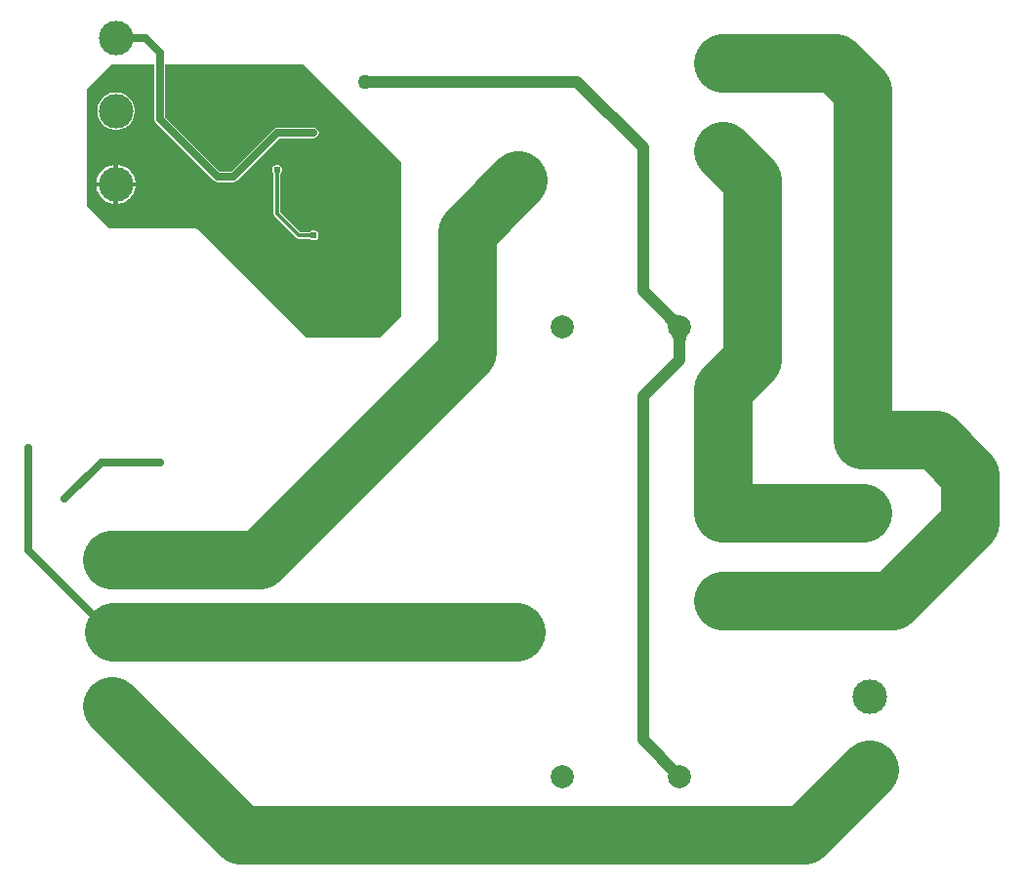
<source format=gbl>
G04*
G04 #@! TF.GenerationSoftware,Altium Limited,Altium Designer,21.3.2 (30)*
G04*
G04 Layer_Physical_Order=2*
G04 Layer_Color=16711680*
%FSLAX25Y25*%
%MOIN*%
G70*
G04*
G04 #@! TF.SameCoordinates,176562F1-B387-4AA2-8F74-3CF4574A4688*
G04*
G04*
G04 #@! TF.FilePolarity,Positive*
G04*
G01*
G75*
%ADD15C,0.01200*%
%ADD39C,0.02500*%
%ADD40C,0.04000*%
%ADD41C,0.20000*%
%ADD43C,0.07874*%
%ADD44C,0.12795*%
%ADD45C,0.11811*%
%ADD46C,0.02400*%
%ADD47C,0.05000*%
G36*
X157500Y257500D02*
Y205000D01*
X150000Y197500D01*
X125000D01*
X87500Y235000D01*
X57500D01*
X50000Y242500D01*
Y282500D01*
X58500Y291000D01*
X73216D01*
Y272126D01*
X73352Y271443D01*
X73738Y270864D01*
X93364Y251238D01*
X93943Y250851D01*
X94626Y250716D01*
X94626Y250716D01*
X100000D01*
X100683Y250851D01*
X101262Y251238D01*
X115739Y265716D01*
X127500D01*
X128183Y265851D01*
X128762Y266238D01*
X129148Y266817D01*
X129284Y267500D01*
X129148Y268183D01*
X128762Y268762D01*
X128183Y269148D01*
X127500Y269284D01*
X115000D01*
X114317Y269148D01*
X113738Y268762D01*
X113738Y268762D01*
X99261Y254284D01*
X95365D01*
X76784Y272865D01*
Y291000D01*
X124000D01*
X124000Y291000D01*
X157500Y257500D01*
D02*
G37*
G36*
X250480Y195514D02*
X250473Y195940D01*
X250412Y196703D01*
X250359Y197041D01*
X250291Y197350D01*
X250208Y197630D01*
X250110Y197880D01*
X249996Y198101D01*
X249868Y198293D01*
X249724Y198456D01*
X255236D01*
X255093Y198293D01*
X254964Y198101D01*
X254851Y197880D01*
X254752Y197630D01*
X254669Y197350D01*
X254601Y197041D01*
X254548Y196703D01*
X254511Y196336D01*
X254480Y195514D01*
X250480D01*
D02*
G37*
G36*
X249826Y206750D02*
X250132Y206455D01*
X250715Y205958D01*
X250992Y205756D01*
X251258Y205586D01*
X251515Y205447D01*
X251761Y205339D01*
X251998Y205263D01*
X252224Y205218D01*
X252441Y205205D01*
X248544Y201307D01*
X248530Y201524D01*
X248485Y201750D01*
X248409Y201987D01*
X248301Y202234D01*
X248162Y202490D01*
X247992Y202756D01*
X247791Y203033D01*
X247558Y203319D01*
X246998Y203922D01*
X249826Y206750D01*
D02*
G37*
%LPC*%
G36*
X60631Y281405D02*
X59369D01*
X58132Y281159D01*
X56966Y280677D01*
X55917Y279976D01*
X55024Y279083D01*
X54324Y278034D01*
X53841Y276868D01*
X53594Y275631D01*
Y274369D01*
X53841Y273132D01*
X54324Y271966D01*
X55024Y270917D01*
X55917Y270024D01*
X56966Y269323D01*
X58132Y268841D01*
X59369Y268595D01*
X60631D01*
X61868Y268841D01*
X63034Y269323D01*
X64083Y270024D01*
X64976Y270917D01*
X65676Y271966D01*
X66159Y273132D01*
X66405Y274369D01*
Y275631D01*
X66159Y276868D01*
X65676Y278034D01*
X64976Y279083D01*
X64083Y279976D01*
X63034Y280677D01*
X61868Y281159D01*
X60631Y281405D01*
D02*
G37*
G36*
X60750Y256688D02*
Y250750D01*
X66688D01*
X66448Y251956D01*
X65942Y253176D01*
X65209Y254275D01*
X64275Y255208D01*
X63176Y255942D01*
X61956Y256448D01*
X60750Y256688D01*
D02*
G37*
G36*
X59250D02*
X58044Y256448D01*
X56824Y255942D01*
X55726Y255208D01*
X54791Y254275D01*
X54058Y253176D01*
X53552Y251956D01*
X53312Y250750D01*
X59250D01*
Y256688D01*
D02*
G37*
G36*
X66688Y249250D02*
X60750D01*
Y243312D01*
X61956Y243552D01*
X63176Y244058D01*
X64275Y244792D01*
X65209Y245725D01*
X65942Y246824D01*
X66448Y248044D01*
X66688Y249250D01*
D02*
G37*
G36*
X59250D02*
X53312D01*
X53552Y248044D01*
X54058Y246824D01*
X54791Y245725D01*
X55726Y244792D01*
X56824Y244058D01*
X58044Y243552D01*
X59250Y243312D01*
Y249250D01*
D02*
G37*
G36*
X115338Y256700D02*
X114662D01*
X114037Y256441D01*
X113559Y255963D01*
X113300Y255338D01*
Y254662D01*
X113559Y254037D01*
X113725Y253871D01*
X113755Y253784D01*
X113778Y253759D01*
X113781Y253753D01*
X113791Y253735D01*
X113803Y253705D01*
X113817Y253660D01*
X113830Y253602D01*
X113841Y253536D01*
X113857Y253343D01*
X113859Y253231D01*
X113878Y253186D01*
Y240000D01*
X113878Y240000D01*
X113964Y239571D01*
X114207Y239207D01*
X121707Y231707D01*
X121707Y231707D01*
X122071Y231464D01*
X122500Y231379D01*
X125678D01*
X125720Y231359D01*
X125951Y231350D01*
X126030Y231342D01*
X126102Y231330D01*
X126160Y231317D01*
X126205Y231303D01*
X126235Y231291D01*
X126253Y231281D01*
X126259Y231278D01*
X126284Y231255D01*
X126371Y231225D01*
X126537Y231059D01*
X127162Y230800D01*
X127838D01*
X128463Y231059D01*
X128941Y231537D01*
X129200Y232162D01*
Y232838D01*
X128941Y233463D01*
X128463Y233941D01*
X127838Y234200D01*
X127162D01*
X126537Y233941D01*
X126371Y233775D01*
X126284Y233745D01*
X126259Y233722D01*
X126253Y233718D01*
X126235Y233709D01*
X126205Y233697D01*
X126160Y233683D01*
X126102Y233670D01*
X126036Y233659D01*
X125843Y233643D01*
X125731Y233641D01*
X125686Y233622D01*
X122965D01*
X116122Y240465D01*
Y253178D01*
X116141Y253220D01*
X116150Y253451D01*
X116158Y253530D01*
X116170Y253602D01*
X116183Y253660D01*
X116197Y253705D01*
X116209Y253735D01*
X116218Y253753D01*
X116222Y253759D01*
X116245Y253784D01*
X116275Y253871D01*
X116441Y254037D01*
X116700Y254662D01*
Y255338D01*
X116441Y255963D01*
X115963Y256441D01*
X115338Y256700D01*
D02*
G37*
%LPD*%
G36*
X126643Y231660D02*
X126592Y231706D01*
X126532Y231746D01*
X126463Y231782D01*
X126386Y231814D01*
X126300Y231840D01*
X126205Y231862D01*
X126102Y231878D01*
X125990Y231890D01*
X125741Y231900D01*
Y233100D01*
X125870Y233102D01*
X126102Y233122D01*
X126205Y233138D01*
X126300Y233160D01*
X126386Y233186D01*
X126463Y233218D01*
X126532Y233254D01*
X126592Y233294D01*
X126643Y233340D01*
Y231660D01*
D02*
G37*
D15*
X115000Y240000D02*
X122500Y232500D01*
X115000Y240000D02*
Y255000D01*
X122500Y232500D02*
X127500D01*
D39*
X75000Y272126D02*
Y295000D01*
X60000Y300000D02*
X70000D01*
X75000Y295000D01*
Y272126D02*
X94626Y252500D01*
X197480Y251268D02*
Y251268D01*
X100000Y252500D02*
X115000Y267500D01*
X127500D01*
X94626Y252500D02*
X100000D01*
X30000Y125000D02*
Y160000D01*
X196858Y97102D02*
X197480Y97724D01*
X58850Y96480D02*
X59472Y97102D01*
X42500Y142500D02*
X55000Y155000D01*
X75000D01*
X58520Y96480D02*
X58850D01*
X30000Y125000D02*
X58520Y96480D01*
D40*
X145000Y285000D02*
X217500D01*
X240000Y262500D01*
Y60205D02*
Y177500D01*
X252480Y189980D02*
Y201268D01*
X240000Y177500D02*
X252480Y189980D01*
X240000Y60205D02*
X252480Y47724D01*
X240000Y213748D02*
X252480Y201268D01*
X240000Y213748D02*
Y262500D01*
D41*
X325000Y107500D02*
X351716Y134216D01*
X315224Y162500D02*
X340000D01*
X315000Y162724D02*
X315224Y162500D01*
X340000D02*
X351716Y150784D01*
Y134216D02*
Y150784D01*
X267705Y107500D02*
X325000D01*
X267480Y107724D02*
X267705Y107500D01*
X267480Y291299D02*
X305627D01*
X315000Y162724D02*
Y281927D01*
X305627Y291299D02*
X315000Y281927D01*
X108980Y121480D02*
X180000Y192500D01*
X59472Y97102D02*
X196858D01*
X58850Y121480D02*
X108980D01*
X267480Y137724D02*
X315000D01*
X58850Y71480D02*
X102831Y27500D01*
X295000D02*
X317500Y50000D01*
X102831Y27500D02*
X295000D01*
X180000Y233787D02*
X197480Y251268D01*
X180000Y192500D02*
Y233787D01*
X267480Y137724D02*
Y179980D01*
X277500Y190000D01*
Y251248D01*
X267480Y261268D02*
X277500Y251248D01*
D43*
X252480Y47724D02*
D03*
X212480D02*
D03*
Y201268D02*
D03*
X252480D02*
D03*
D44*
X197480Y97724D02*
D03*
X267480Y137724D02*
D03*
Y107724D02*
D03*
Y261268D02*
D03*
Y291268D02*
D03*
X197480Y251268D02*
D03*
D45*
X60000Y300000D02*
D03*
Y275000D02*
D03*
Y250000D02*
D03*
X317500Y75000D02*
D03*
Y50000D02*
D03*
X315000Y162724D02*
D03*
Y137724D02*
D03*
X58850Y71480D02*
D03*
Y96480D02*
D03*
Y121480D02*
D03*
D46*
X97500Y267500D02*
D03*
X140374Y260000D02*
D03*
X82500Y240000D02*
D03*
Y247500D02*
D03*
X105000Y272500D02*
D03*
X97500Y257500D02*
D03*
X112500Y230000D02*
D03*
X82500Y257500D02*
D03*
X117874Y222500D02*
D03*
X127874Y227500D02*
D03*
X97500Y235000D02*
D03*
X112500Y287500D02*
D03*
X102500Y230000D02*
D03*
X142874Y202500D02*
D03*
X155374Y215000D02*
D03*
X142500Y225000D02*
D03*
X155374D02*
D03*
X150000Y245000D02*
D03*
X152874Y255000D02*
D03*
X115000Y215000D02*
D03*
X135000Y240000D02*
D03*
X130000Y275000D02*
D03*
X92500Y240000D02*
D03*
X135374Y267500D02*
D03*
X90000Y288000D02*
D03*
X127500Y267500D02*
D03*
X100000Y252500D02*
D03*
X115000Y255000D02*
D03*
X127500Y232500D02*
D03*
X30000Y160000D02*
D03*
X75000Y155000D02*
D03*
X42500Y142500D02*
D03*
D47*
X145000Y285000D02*
D03*
M02*

</source>
